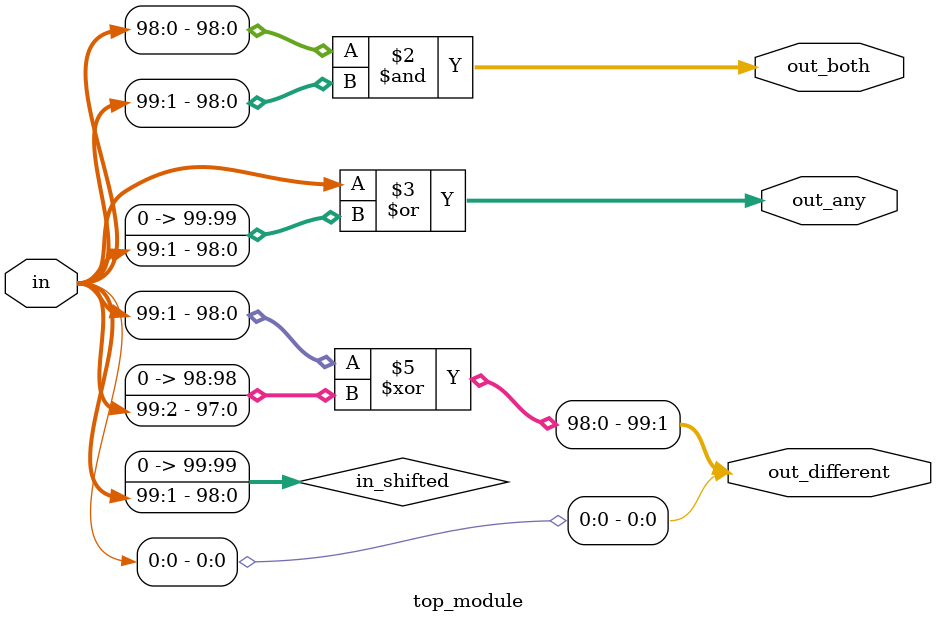
<source format=sv>
module top_module (
    input [99:0] in,
    output [98:0] out_both,
    output [99:0] out_any,
    output [99:0] out_different
);

    // Shift the input vector by one bit to the right
    wire [99:0] in_shifted;
    assign in_shifted = in >> 1;

    // Generate the out_both signal by performing a bit-wise AND operation 
    // between the first 99 bits of the input and the last 99 bits of the shifted input
    assign out_both = in[98:0] & in_shifted[98:0];
    
    // Generate the out_any signal by performing a bit-wise OR operation 
    // between the input and the shifted input
    assign out_any = in | in_shifted;
    
    // Generate the out_different signal by performing a bit-wise XOR operation 
    // between the input and the shifted input. Special case for the first bit
    assign out_different[0] = in[0] ^ in_shifted[99];
    assign out_different[99:1] = in[99:1] ^ in_shifted[99:1];

endmodule

</source>
